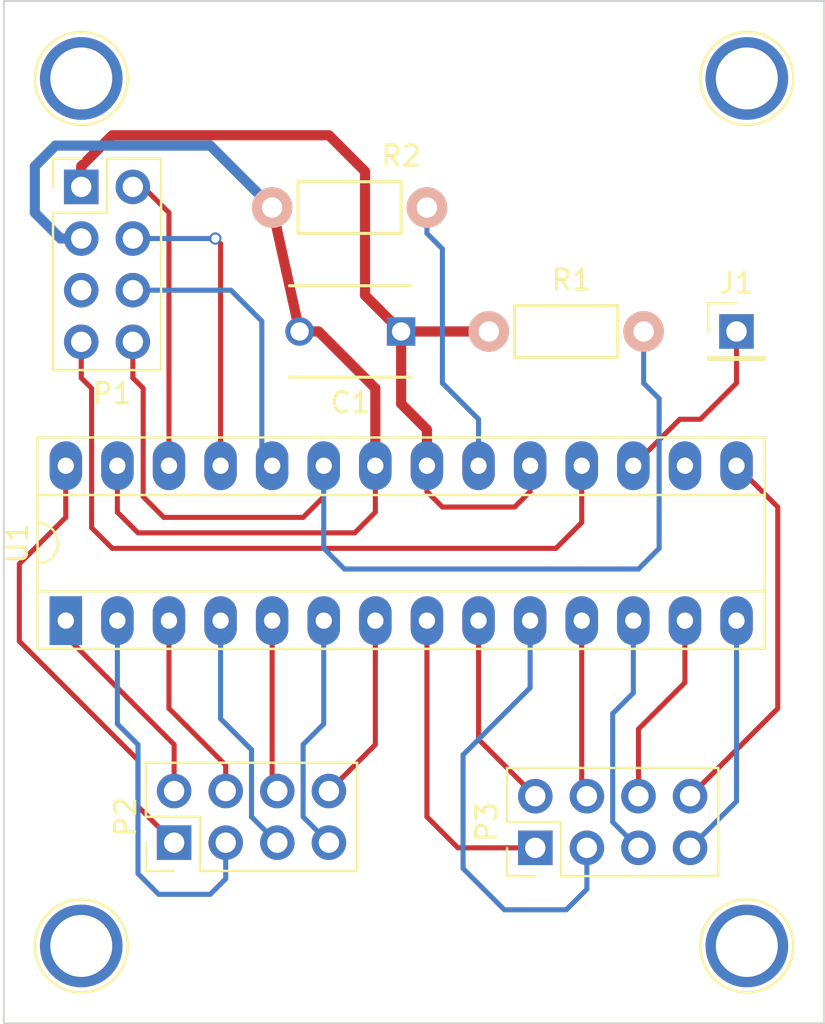
<source format=kicad_pcb>
(kicad_pcb (version 4) (host pcbnew 4.0.5)

  (general
    (links 32)
    (no_connects 0)
    (area 109.600191 88.941 151.180001 139.711)
    (thickness 1.6)
    (drawings 4)
    (tracks 129)
    (zones 0)
    (modules 12)
    (nets 28)
  )

  (page A4)
  (title_block
    (title TLC5940Board)
  )

  (layers
    (0 F.Cu signal)
    (31 B.Cu signal)
    (33 F.Adhes user)
    (35 F.Paste user)
    (37 F.SilkS user)
    (39 F.Mask user)
    (40 Dwgs.User user)
    (41 Cmts.User user)
    (42 Eco1.User user)
    (43 Eco2.User user)
    (44 Edge.Cuts user)
    (45 Margin user)
    (47 F.CrtYd user)
    (49 F.Fab user)
  )

  (setup
    (last_trace_width 0.2)
    (user_trace_width 0.25)
    (user_trace_width 0.5)
    (trace_clearance 0.2)
    (zone_clearance 0.508)
    (zone_45_only no)
    (trace_min 0.2)
    (segment_width 0.2)
    (edge_width 0.1)
    (via_size 0.6)
    (via_drill 0.4)
    (via_min_size 0.4)
    (via_min_drill 0.3)
    (uvia_size 0.3)
    (uvia_drill 0.1)
    (uvias_allowed no)
    (uvia_min_size 0.2)
    (uvia_min_drill 0.1)
    (pcb_text_width 0.3)
    (pcb_text_size 1.5 1.5)
    (mod_edge_width 0.15)
    (mod_text_size 1 1)
    (mod_text_width 0.15)
    (pad_size 1.5 1.5)
    (pad_drill 0.6)
    (pad_to_mask_clearance 0)
    (aux_axis_origin 0 0)
    (visible_elements 7FFFFFFF)
    (pcbplotparams
      (layerselection 0x00030_80000001)
      (usegerberextensions false)
      (excludeedgelayer true)
      (linewidth 0.100000)
      (plotframeref false)
      (viasonmask false)
      (mode 1)
      (useauxorigin false)
      (hpglpennumber 1)
      (hpglpenspeed 20)
      (hpglpendiameter 15)
      (hpglpenoverlay 2)
      (psnegative false)
      (psa4output false)
      (plotreference true)
      (plotvalue true)
      (plotinvisibletext false)
      (padsonsilk false)
      (subtractmaskfromsilk false)
      (outputformat 1)
      (mirror false)
      (drillshape 1)
      (scaleselection 1)
      (outputdirectory ""))
  )

  (net 0 "")
  (net 1 "Net-(C1-Pad1)")
  (net 2 "Net-(C1-Pad2)")
  (net 3 "Net-(J1-Pad1)")
  (net 4 "Net-(P1-Pad2)")
  (net 5 "Net-(P1-Pad4)")
  (net 6 "Net-(P1-Pad5)")
  (net 7 "Net-(P1-Pad6)")
  (net 8 "Net-(P1-Pad7)")
  (net 9 "Net-(P1-Pad8)")
  (net 10 "Net-(P2-Pad1)")
  (net 11 "Net-(P2-Pad2)")
  (net 12 "Net-(P2-Pad3)")
  (net 13 "Net-(P2-Pad4)")
  (net 14 "Net-(P2-Pad5)")
  (net 15 "Net-(P2-Pad6)")
  (net 16 "Net-(P2-Pad7)")
  (net 17 "Net-(P2-Pad8)")
  (net 18 "Net-(P3-Pad1)")
  (net 19 "Net-(P3-Pad2)")
  (net 20 "Net-(P3-Pad3)")
  (net 21 "Net-(P3-Pad4)")
  (net 22 "Net-(P3-Pad5)")
  (net 23 "Net-(P3-Pad6)")
  (net 24 "Net-(P3-Pad7)")
  (net 25 "Net-(P3-Pad8)")
  (net 26 "Net-(R2-Pad1)")
  (net 27 "Net-(U1-Pad16)")

  (net_class Default "This is the default net class."
    (clearance 0.2)
    (trace_width 0.2)
    (via_dia 0.6)
    (via_drill 0.4)
    (uvia_dia 0.3)
    (uvia_drill 0.1)
    (add_net "Net-(C1-Pad1)")
    (add_net "Net-(C1-Pad2)")
    (add_net "Net-(J1-Pad1)")
    (add_net "Net-(P1-Pad2)")
    (add_net "Net-(P1-Pad4)")
    (add_net "Net-(P1-Pad5)")
    (add_net "Net-(P1-Pad6)")
    (add_net "Net-(P1-Pad7)")
    (add_net "Net-(P1-Pad8)")
    (add_net "Net-(P2-Pad1)")
    (add_net "Net-(P2-Pad2)")
    (add_net "Net-(P2-Pad3)")
    (add_net "Net-(P2-Pad4)")
    (add_net "Net-(P2-Pad5)")
    (add_net "Net-(P2-Pad6)")
    (add_net "Net-(P2-Pad7)")
    (add_net "Net-(P2-Pad8)")
    (add_net "Net-(P3-Pad1)")
    (add_net "Net-(P3-Pad2)")
    (add_net "Net-(P3-Pad3)")
    (add_net "Net-(P3-Pad4)")
    (add_net "Net-(P3-Pad5)")
    (add_net "Net-(P3-Pad6)")
    (add_net "Net-(P3-Pad7)")
    (add_net "Net-(P3-Pad8)")
    (add_net "Net-(R2-Pad1)")
    (add_net "Net-(U1-Pad16)")
  )

  (module Capacitors_THT:C_Disc_D6_P5 (layer F.Cu) (tedit 0) (tstamp 586811BD)
    (at 130.302 105.41 180)
    (descr "Capacitor 6mm Disc, Pitch 5mm")
    (tags Capacitor)
    (path /5867DCF8)
    (fp_text reference C1 (at 2.5 -3.5 180) (layer F.SilkS)
      (effects (font (size 1 1) (thickness 0.15)))
    )
    (fp_text value 0.1uF (at 2.5 3.5 180) (layer F.Fab)
      (effects (font (size 1 1) (thickness 0.15)))
    )
    (fp_line (start -0.95 -2.5) (end 5.95 -2.5) (layer F.CrtYd) (width 0.05))
    (fp_line (start 5.95 -2.5) (end 5.95 2.5) (layer F.CrtYd) (width 0.05))
    (fp_line (start 5.95 2.5) (end -0.95 2.5) (layer F.CrtYd) (width 0.05))
    (fp_line (start -0.95 2.5) (end -0.95 -2.5) (layer F.CrtYd) (width 0.05))
    (fp_line (start -0.5 -2.25) (end 5.5 -2.25) (layer F.SilkS) (width 0.15))
    (fp_line (start 5.5 2.25) (end -0.5 2.25) (layer F.SilkS) (width 0.15))
    (pad 1 thru_hole rect (at 0 0 180) (size 1.4 1.4) (drill 0.9) (layers *.Cu *.Mask)
      (net 1 "Net-(C1-Pad1)"))
    (pad 2 thru_hole circle (at 5 0 180) (size 1.4 1.4) (drill 0.9) (layers *.Cu *.Mask)
      (net 2 "Net-(C1-Pad2)"))
    (model Capacitors_ThroughHole.3dshapes/C_Disc_D6_P5.wrl
      (at (xyz 0.0984252 0 0))
      (scale (xyz 1 1 1))
      (rotate (xyz 0 0 0))
    )
  )

  (module Pin_Headers:Pin_Header_Straight_1x01_Pitch2.54mm (layer F.Cu) (tedit 5862ED52) (tstamp 586811D0)
    (at 146.812 105.41)
    (descr "Through hole straight pin header, 1x01, 2.54mm pitch, single row")
    (tags "Through hole pin header THT 1x01 2.54mm single row")
    (path /58663EF0)
    (fp_text reference J1 (at 0 -2.39) (layer F.SilkS)
      (effects (font (size 1 1) (thickness 0.15)))
    )
    (fp_text value SOut (at 0 2.39) (layer F.Fab)
      (effects (font (size 1 1) (thickness 0.15)))
    )
    (fp_line (start -1.27 -1.27) (end -1.27 1.27) (layer F.Fab) (width 0.1))
    (fp_line (start -1.27 1.27) (end 1.27 1.27) (layer F.Fab) (width 0.1))
    (fp_line (start 1.27 1.27) (end 1.27 -1.27) (layer F.Fab) (width 0.1))
    (fp_line (start 1.27 -1.27) (end -1.27 -1.27) (layer F.Fab) (width 0.1))
    (fp_line (start -1.39 1.27) (end -1.39 1.39) (layer F.SilkS) (width 0.12))
    (fp_line (start -1.39 1.39) (end 1.39 1.39) (layer F.SilkS) (width 0.12))
    (fp_line (start 1.39 1.39) (end 1.39 1.27) (layer F.SilkS) (width 0.12))
    (fp_line (start 1.39 1.27) (end -1.39 1.27) (layer F.SilkS) (width 0.12))
    (fp_line (start -1.39 0) (end -1.39 -1.39) (layer F.SilkS) (width 0.12))
    (fp_line (start -1.39 -1.39) (end 0 -1.39) (layer F.SilkS) (width 0.12))
    (fp_line (start -1.6 -1.6) (end -1.6 1.6) (layer F.CrtYd) (width 0.05))
    (fp_line (start -1.6 1.6) (end 1.6 1.6) (layer F.CrtYd) (width 0.05))
    (fp_line (start 1.6 1.6) (end 1.6 -1.6) (layer F.CrtYd) (width 0.05))
    (fp_line (start 1.6 -1.6) (end -1.6 -1.6) (layer F.CrtYd) (width 0.05))
    (pad 1 thru_hole rect (at 0 0) (size 1.7 1.7) (drill 1) (layers *.Cu *.Mask)
      (net 3 "Net-(J1-Pad1)"))
    (model Pin_Headers.3dshapes/Pin_Header_Straight_1x01_Pitch2.54mm.wrl
      (at (xyz 0 0 0))
      (scale (xyz 1 1 1))
      (rotate (xyz 0 0 90))
    )
  )

  (module Pin_Headers:Pin_Header_Straight_2x04_Pitch2.54mm (layer F.Cu) (tedit 58686033) (tstamp 586811EC)
    (at 114.554 98.298)
    (descr "Through hole straight pin header, 2x04, 2.54mm pitch, double rows")
    (tags "Through hole pin header THT 2x04 2.54mm double row")
    (path /58680B81)
    (fp_text reference P1 (at 1.524 10.16) (layer F.SilkS)
      (effects (font (size 1 1) (thickness 0.15)))
    )
    (fp_text value CN_SigIn_02X04 (at 1.27 10.01) (layer F.Fab) hide
      (effects (font (size 1 1) (thickness 0.15)))
    )
    (fp_line (start -1.27 -1.27) (end -1.27 8.89) (layer F.Fab) (width 0.1))
    (fp_line (start -1.27 8.89) (end 3.81 8.89) (layer F.Fab) (width 0.1))
    (fp_line (start 3.81 8.89) (end 3.81 -1.27) (layer F.Fab) (width 0.1))
    (fp_line (start 3.81 -1.27) (end -1.27 -1.27) (layer F.Fab) (width 0.1))
    (fp_line (start -1.39 1.27) (end -1.39 9.01) (layer F.SilkS) (width 0.12))
    (fp_line (start -1.39 9.01) (end 3.93 9.01) (layer F.SilkS) (width 0.12))
    (fp_line (start 3.93 9.01) (end 3.93 -1.39) (layer F.SilkS) (width 0.12))
    (fp_line (start 3.93 -1.39) (end 1.27 -1.39) (layer F.SilkS) (width 0.12))
    (fp_line (start 1.27 -1.39) (end 1.27 1.27) (layer F.SilkS) (width 0.12))
    (fp_line (start 1.27 1.27) (end -1.39 1.27) (layer F.SilkS) (width 0.12))
    (fp_line (start -1.39 0) (end -1.39 -1.39) (layer F.SilkS) (width 0.12))
    (fp_line (start -1.39 -1.39) (end 0 -1.39) (layer F.SilkS) (width 0.12))
    (fp_line (start -1.6 -1.6) (end -1.6 9.2) (layer F.CrtYd) (width 0.05))
    (fp_line (start -1.6 9.2) (end 4.1 9.2) (layer F.CrtYd) (width 0.05))
    (fp_line (start 4.1 9.2) (end 4.1 -1.6) (layer F.CrtYd) (width 0.05))
    (fp_line (start 4.1 -1.6) (end -1.6 -1.6) (layer F.CrtYd) (width 0.05))
    (pad 1 thru_hole rect (at 0 0) (size 1.7 1.7) (drill 1) (layers *.Cu *.Mask)
      (net 1 "Net-(C1-Pad1)"))
    (pad 2 thru_hole oval (at 2.54 0) (size 1.7 1.7) (drill 1) (layers *.Cu *.Mask)
      (net 4 "Net-(P1-Pad2)"))
    (pad 3 thru_hole oval (at 0 2.54) (size 1.7 1.7) (drill 1) (layers *.Cu *.Mask)
      (net 2 "Net-(C1-Pad2)"))
    (pad 4 thru_hole oval (at 2.54 2.54) (size 1.7 1.7) (drill 1) (layers *.Cu *.Mask)
      (net 5 "Net-(P1-Pad4)"))
    (pad 5 thru_hole oval (at 0 5.08) (size 1.7 1.7) (drill 1) (layers *.Cu *.Mask)
      (net 6 "Net-(P1-Pad5)"))
    (pad 6 thru_hole oval (at 2.54 5.08) (size 1.7 1.7) (drill 1) (layers *.Cu *.Mask)
      (net 7 "Net-(P1-Pad6)"))
    (pad 7 thru_hole oval (at 0 7.62) (size 1.7 1.7) (drill 1) (layers *.Cu *.Mask)
      (net 8 "Net-(P1-Pad7)"))
    (pad 8 thru_hole oval (at 2.54 7.62) (size 1.7 1.7) (drill 1) (layers *.Cu *.Mask)
      (net 9 "Net-(P1-Pad8)"))
    (model Pin_Headers.3dshapes/Pin_Header_Straight_2x04_Pitch2.54mm.wrl
      (at (xyz 0.05 -0.15 0))
      (scale (xyz 1 1 1))
      (rotate (xyz 0 0 90))
    )
  )

  (module Pin_Headers:Pin_Header_Straight_2x04_Pitch2.54mm (layer F.Cu) (tedit 58685EE1) (tstamp 58681208)
    (at 119.126 130.556 90)
    (descr "Through hole straight pin header, 2x04, 2.54mm pitch, double rows")
    (tags "Through hole pin header THT 2x04 2.54mm double row")
    (path /5867D614)
    (fp_text reference P2 (at 1.27 -2.39 90) (layer F.SilkS)
      (effects (font (size 1 1) (thickness 0.15)))
    )
    (fp_text value CN_Out1_02X04 (at 1.27 10.01 90) (layer F.Fab) hide
      (effects (font (size 1 1) (thickness 0.15)))
    )
    (fp_line (start -1.27 -1.27) (end -1.27 8.89) (layer F.Fab) (width 0.1))
    (fp_line (start -1.27 8.89) (end 3.81 8.89) (layer F.Fab) (width 0.1))
    (fp_line (start 3.81 8.89) (end 3.81 -1.27) (layer F.Fab) (width 0.1))
    (fp_line (start 3.81 -1.27) (end -1.27 -1.27) (layer F.Fab) (width 0.1))
    (fp_line (start -1.39 1.27) (end -1.39 9.01) (layer F.SilkS) (width 0.12))
    (fp_line (start -1.39 9.01) (end 3.93 9.01) (layer F.SilkS) (width 0.12))
    (fp_line (start 3.93 9.01) (end 3.93 -1.39) (layer F.SilkS) (width 0.12))
    (fp_line (start 3.93 -1.39) (end 1.27 -1.39) (layer F.SilkS) (width 0.12))
    (fp_line (start 1.27 -1.39) (end 1.27 1.27) (layer F.SilkS) (width 0.12))
    (fp_line (start 1.27 1.27) (end -1.39 1.27) (layer F.SilkS) (width 0.12))
    (fp_line (start -1.39 0) (end -1.39 -1.39) (layer F.SilkS) (width 0.12))
    (fp_line (start -1.39 -1.39) (end 0 -1.39) (layer F.SilkS) (width 0.12))
    (fp_line (start -1.6 -1.6) (end -1.6 9.2) (layer F.CrtYd) (width 0.05))
    (fp_line (start -1.6 9.2) (end 4.1 9.2) (layer F.CrtYd) (width 0.05))
    (fp_line (start 4.1 9.2) (end 4.1 -1.6) (layer F.CrtYd) (width 0.05))
    (fp_line (start 4.1 -1.6) (end -1.6 -1.6) (layer F.CrtYd) (width 0.05))
    (pad 1 thru_hole rect (at 0 0 90) (size 1.7 1.7) (drill 1) (layers *.Cu *.Mask)
      (net 10 "Net-(P2-Pad1)"))
    (pad 2 thru_hole oval (at 2.54 0 90) (size 1.7 1.7) (drill 1) (layers *.Cu *.Mask)
      (net 11 "Net-(P2-Pad2)"))
    (pad 3 thru_hole oval (at 0 2.54 90) (size 1.7 1.7) (drill 1) (layers *.Cu *.Mask)
      (net 12 "Net-(P2-Pad3)"))
    (pad 4 thru_hole oval (at 2.54 2.54 90) (size 1.7 1.7) (drill 1) (layers *.Cu *.Mask)
      (net 13 "Net-(P2-Pad4)"))
    (pad 5 thru_hole oval (at 0 5.08 90) (size 1.7 1.7) (drill 1) (layers *.Cu *.Mask)
      (net 14 "Net-(P2-Pad5)"))
    (pad 6 thru_hole oval (at 2.54 5.08 90) (size 1.7 1.7) (drill 1) (layers *.Cu *.Mask)
      (net 15 "Net-(P2-Pad6)"))
    (pad 7 thru_hole oval (at 0 7.62 90) (size 1.7 1.7) (drill 1) (layers *.Cu *.Mask)
      (net 16 "Net-(P2-Pad7)"))
    (pad 8 thru_hole oval (at 2.54 7.62 90) (size 1.7 1.7) (drill 1) (layers *.Cu *.Mask)
      (net 17 "Net-(P2-Pad8)"))
    (model Pin_Headers.3dshapes/Pin_Header_Straight_2x04_Pitch2.54mm.wrl
      (at (xyz 0.05 -0.15 0))
      (scale (xyz 1 1 1))
      (rotate (xyz 0 0 90))
    )
  )

  (module Pin_Headers:Pin_Header_Straight_2x04_Pitch2.54mm (layer F.Cu) (tedit 58685ED6) (tstamp 58681224)
    (at 136.906 130.81 90)
    (descr "Through hole straight pin header, 2x04, 2.54mm pitch, double rows")
    (tags "Through hole pin header THT 2x04 2.54mm double row")
    (path /5867D86F)
    (fp_text reference P3 (at 1.27 -2.39 90) (layer F.SilkS)
      (effects (font (size 1 1) (thickness 0.15)))
    )
    (fp_text value CN_Out2_02X04 (at 1.27 10.01 90) (layer F.Fab) hide
      (effects (font (size 1 1) (thickness 0.15)))
    )
    (fp_line (start -1.27 -1.27) (end -1.27 8.89) (layer F.Fab) (width 0.1))
    (fp_line (start -1.27 8.89) (end 3.81 8.89) (layer F.Fab) (width 0.1))
    (fp_line (start 3.81 8.89) (end 3.81 -1.27) (layer F.Fab) (width 0.1))
    (fp_line (start 3.81 -1.27) (end -1.27 -1.27) (layer F.Fab) (width 0.1))
    (fp_line (start -1.39 1.27) (end -1.39 9.01) (layer F.SilkS) (width 0.12))
    (fp_line (start -1.39 9.01) (end 3.93 9.01) (layer F.SilkS) (width 0.12))
    (fp_line (start 3.93 9.01) (end 3.93 -1.39) (layer F.SilkS) (width 0.12))
    (fp_line (start 3.93 -1.39) (end 1.27 -1.39) (layer F.SilkS) (width 0.12))
    (fp_line (start 1.27 -1.39) (end 1.27 1.27) (layer F.SilkS) (width 0.12))
    (fp_line (start 1.27 1.27) (end -1.39 1.27) (layer F.SilkS) (width 0.12))
    (fp_line (start -1.39 0) (end -1.39 -1.39) (layer F.SilkS) (width 0.12))
    (fp_line (start -1.39 -1.39) (end 0 -1.39) (layer F.SilkS) (width 0.12))
    (fp_line (start -1.6 -1.6) (end -1.6 9.2) (layer F.CrtYd) (width 0.05))
    (fp_line (start -1.6 9.2) (end 4.1 9.2) (layer F.CrtYd) (width 0.05))
    (fp_line (start 4.1 9.2) (end 4.1 -1.6) (layer F.CrtYd) (width 0.05))
    (fp_line (start 4.1 -1.6) (end -1.6 -1.6) (layer F.CrtYd) (width 0.05))
    (pad 1 thru_hole rect (at 0 0 90) (size 1.7 1.7) (drill 1) (layers *.Cu *.Mask)
      (net 18 "Net-(P3-Pad1)"))
    (pad 2 thru_hole oval (at 2.54 0 90) (size 1.7 1.7) (drill 1) (layers *.Cu *.Mask)
      (net 19 "Net-(P3-Pad2)"))
    (pad 3 thru_hole oval (at 0 2.54 90) (size 1.7 1.7) (drill 1) (layers *.Cu *.Mask)
      (net 20 "Net-(P3-Pad3)"))
    (pad 4 thru_hole oval (at 2.54 2.54 90) (size 1.7 1.7) (drill 1) (layers *.Cu *.Mask)
      (net 21 "Net-(P3-Pad4)"))
    (pad 5 thru_hole oval (at 0 5.08 90) (size 1.7 1.7) (drill 1) (layers *.Cu *.Mask)
      (net 22 "Net-(P3-Pad5)"))
    (pad 6 thru_hole oval (at 2.54 5.08 90) (size 1.7 1.7) (drill 1) (layers *.Cu *.Mask)
      (net 23 "Net-(P3-Pad6)"))
    (pad 7 thru_hole oval (at 0 7.62 90) (size 1.7 1.7) (drill 1) (layers *.Cu *.Mask)
      (net 24 "Net-(P3-Pad7)"))
    (pad 8 thru_hole oval (at 2.54 7.62 90) (size 1.7 1.7) (drill 1) (layers *.Cu *.Mask)
      (net 25 "Net-(P3-Pad8)"))
    (model Pin_Headers.3dshapes/Pin_Header_Straight_2x04_Pitch2.54mm.wrl
      (at (xyz 0.05 -0.15 0))
      (scale (xyz 1 1 1))
      (rotate (xyz 0 0 90))
    )
  )

  (module Resistors_THT:Resistor_Horizontal_RM7mm (layer F.Cu) (tedit 58681BCC) (tstamp 58681232)
    (at 134.62 105.41)
    (descr "Resistor, Axial,  RM 7.62mm, 1/3W,")
    (tags "Resistor Axial RM 7.62mm 1/3W R3")
    (path /5864BA40)
    (fp_text reference R1 (at 4.064 -2.54) (layer F.SilkS)
      (effects (font (size 1 1) (thickness 0.15)))
    )
    (fp_text value 10K (at 3.81 2.54) (layer F.Fab)
      (effects (font (size 1 1) (thickness 0.15)))
    )
    (fp_line (start -1.25 -1.5) (end 8.85 -1.5) (layer F.CrtYd) (width 0.05))
    (fp_line (start -1.25 1.5) (end -1.25 -1.5) (layer F.CrtYd) (width 0.05))
    (fp_line (start 8.85 -1.5) (end 8.85 1.5) (layer F.CrtYd) (width 0.05))
    (fp_line (start -1.25 1.5) (end 8.85 1.5) (layer F.CrtYd) (width 0.05))
    (fp_line (start 1.27 -1.27) (end 6.35 -1.27) (layer F.SilkS) (width 0.15))
    (fp_line (start 6.35 -1.27) (end 6.35 1.27) (layer F.SilkS) (width 0.15))
    (fp_line (start 6.35 1.27) (end 1.27 1.27) (layer F.SilkS) (width 0.15))
    (fp_line (start 1.27 1.27) (end 1.27 -1.27) (layer F.SilkS) (width 0.15))
    (pad 1 thru_hole circle (at 0 0) (size 1.99898 1.99898) (drill 1.00076) (layers *.Cu *.SilkS *.Mask)
      (net 1 "Net-(C1-Pad1)"))
    (pad 2 thru_hole circle (at 7.62 0) (size 1.99898 1.99898) (drill 1.00076) (layers *.Cu *.SilkS *.Mask)
      (net 9 "Net-(P1-Pad8)"))
  )

  (module Resistors_THT:Resistor_Horizontal_RM7mm (layer F.Cu) (tedit 586850B0) (tstamp 58681240)
    (at 131.572 99.314 180)
    (descr "Resistor, Axial,  RM 7.62mm, 1/3W,")
    (tags "Resistor Axial RM 7.62mm 1/3W R3")
    (path /5864B909)
    (fp_text reference R2 (at 1.27 2.54 180) (layer F.SilkS)
      (effects (font (size 1 1) (thickness 0.15)))
    )
    (fp_text value 2K (at 3.81 2.54 180) (layer F.Fab)
      (effects (font (size 1 1) (thickness 0.15)))
    )
    (fp_line (start -1.25 -1.5) (end 8.85 -1.5) (layer F.CrtYd) (width 0.05))
    (fp_line (start -1.25 1.5) (end -1.25 -1.5) (layer F.CrtYd) (width 0.05))
    (fp_line (start 8.85 -1.5) (end 8.85 1.5) (layer F.CrtYd) (width 0.05))
    (fp_line (start -1.25 1.5) (end 8.85 1.5) (layer F.CrtYd) (width 0.05))
    (fp_line (start 1.27 -1.27) (end 6.35 -1.27) (layer F.SilkS) (width 0.15))
    (fp_line (start 6.35 -1.27) (end 6.35 1.27) (layer F.SilkS) (width 0.15))
    (fp_line (start 6.35 1.27) (end 1.27 1.27) (layer F.SilkS) (width 0.15))
    (fp_line (start 1.27 1.27) (end 1.27 -1.27) (layer F.SilkS) (width 0.15))
    (pad 1 thru_hole circle (at 0 0 180) (size 1.99898 1.99898) (drill 1.00076) (layers *.Cu *.SilkS *.Mask)
      (net 26 "Net-(R2-Pad1)"))
    (pad 2 thru_hole circle (at 7.62 0 180) (size 1.99898 1.99898) (drill 1.00076) (layers *.Cu *.SilkS *.Mask)
      (net 2 "Net-(C1-Pad2)"))
  )

  (module Housings_DIP:DIP-28_W7.62mm_Socket_LongPads (layer F.Cu) (tedit 586281B5) (tstamp 58681277)
    (at 113.792 119.634 90)
    (descr "28-lead dip package, row spacing 7.62 mm (300 mils), Socket, LongPads")
    (tags "DIL DIP PDIP 2.54mm 7.62mm 300mil Socket LongPads")
    (path /5861DAAD)
    (fp_text reference U1 (at 3.81 -2.39 90) (layer F.SilkS)
      (effects (font (size 1 1) (thickness 0.15)))
    )
    (fp_text value TLC5940NT (at 3.81 35.41 90) (layer F.Fab)
      (effects (font (size 1 1) (thickness 0.15)))
    )
    (fp_arc (start 3.81 -1.39) (end 2.81 -1.39) (angle -180) (layer F.SilkS) (width 0.12))
    (fp_line (start 1.635 -1.27) (end 6.985 -1.27) (layer F.Fab) (width 0.1))
    (fp_line (start 6.985 -1.27) (end 6.985 34.29) (layer F.Fab) (width 0.1))
    (fp_line (start 6.985 34.29) (end 0.635 34.29) (layer F.Fab) (width 0.1))
    (fp_line (start 0.635 34.29) (end 0.635 -0.27) (layer F.Fab) (width 0.1))
    (fp_line (start 0.635 -0.27) (end 1.635 -1.27) (layer F.Fab) (width 0.1))
    (fp_line (start -1.27 -1.27) (end -1.27 34.29) (layer F.Fab) (width 0.1))
    (fp_line (start -1.27 34.29) (end 8.89 34.29) (layer F.Fab) (width 0.1))
    (fp_line (start 8.89 34.29) (end 8.89 -1.27) (layer F.Fab) (width 0.1))
    (fp_line (start 8.89 -1.27) (end -1.27 -1.27) (layer F.Fab) (width 0.1))
    (fp_line (start 2.81 -1.39) (end 1.44 -1.39) (layer F.SilkS) (width 0.12))
    (fp_line (start 1.44 -1.39) (end 1.44 34.41) (layer F.SilkS) (width 0.12))
    (fp_line (start 1.44 34.41) (end 6.18 34.41) (layer F.SilkS) (width 0.12))
    (fp_line (start 6.18 34.41) (end 6.18 -1.39) (layer F.SilkS) (width 0.12))
    (fp_line (start 6.18 -1.39) (end 4.81 -1.39) (layer F.SilkS) (width 0.12))
    (fp_line (start -1.39 -1.39) (end -1.39 34.41) (layer F.SilkS) (width 0.12))
    (fp_line (start -1.39 34.41) (end 9.01 34.41) (layer F.SilkS) (width 0.12))
    (fp_line (start 9.01 34.41) (end 9.01 -1.39) (layer F.SilkS) (width 0.12))
    (fp_line (start 9.01 -1.39) (end -1.39 -1.39) (layer F.SilkS) (width 0.12))
    (fp_line (start -1.7 -1.7) (end -1.7 34.7) (layer F.CrtYd) (width 0.05))
    (fp_line (start -1.7 34.7) (end 9.3 34.7) (layer F.CrtYd) (width 0.05))
    (fp_line (start 9.3 34.7) (end 9.3 -1.7) (layer F.CrtYd) (width 0.05))
    (fp_line (start 9.3 -1.7) (end -1.7 -1.7) (layer F.CrtYd) (width 0.05))
    (pad 1 thru_hole rect (at 0 0 90) (size 2.4 1.6) (drill 0.8) (layers *.Cu *.Mask)
      (net 11 "Net-(P2-Pad2)"))
    (pad 15 thru_hole oval (at 7.62 33.02 90) (size 2.4 1.6) (drill 0.8) (layers *.Cu *.Mask)
      (net 25 "Net-(P3-Pad8)"))
    (pad 2 thru_hole oval (at 0 2.54 90) (size 2.4 1.6) (drill 0.8) (layers *.Cu *.Mask)
      (net 12 "Net-(P2-Pad3)"))
    (pad 16 thru_hole oval (at 7.62 30.48 90) (size 2.4 1.6) (drill 0.8) (layers *.Cu *.Mask)
      (net 27 "Net-(U1-Pad16)"))
    (pad 3 thru_hole oval (at 0 5.08 90) (size 2.4 1.6) (drill 0.8) (layers *.Cu *.Mask)
      (net 13 "Net-(P2-Pad4)"))
    (pad 17 thru_hole oval (at 7.62 27.94 90) (size 2.4 1.6) (drill 0.8) (layers *.Cu *.Mask)
      (net 3 "Net-(J1-Pad1)"))
    (pad 4 thru_hole oval (at 0 7.62 90) (size 2.4 1.6) (drill 0.8) (layers *.Cu *.Mask)
      (net 14 "Net-(P2-Pad5)"))
    (pad 18 thru_hole oval (at 7.62 25.4 90) (size 2.4 1.6) (drill 0.8) (layers *.Cu *.Mask)
      (net 8 "Net-(P1-Pad7)"))
    (pad 5 thru_hole oval (at 0 10.16 90) (size 2.4 1.6) (drill 0.8) (layers *.Cu *.Mask)
      (net 15 "Net-(P2-Pad6)"))
    (pad 19 thru_hole oval (at 7.62 22.86 90) (size 2.4 1.6) (drill 0.8) (layers *.Cu *.Mask)
      (net 1 "Net-(C1-Pad1)"))
    (pad 6 thru_hole oval (at 0 12.7 90) (size 2.4 1.6) (drill 0.8) (layers *.Cu *.Mask)
      (net 16 "Net-(P2-Pad7)"))
    (pad 20 thru_hole oval (at 7.62 20.32 90) (size 2.4 1.6) (drill 0.8) (layers *.Cu *.Mask)
      (net 26 "Net-(R2-Pad1)"))
    (pad 7 thru_hole oval (at 0 15.24 90) (size 2.4 1.6) (drill 0.8) (layers *.Cu *.Mask)
      (net 17 "Net-(P2-Pad8)"))
    (pad 21 thru_hole oval (at 7.62 17.78 90) (size 2.4 1.6) (drill 0.8) (layers *.Cu *.Mask)
      (net 1 "Net-(C1-Pad1)"))
    (pad 8 thru_hole oval (at 0 17.78 90) (size 2.4 1.6) (drill 0.8) (layers *.Cu *.Mask)
      (net 18 "Net-(P3-Pad1)"))
    (pad 22 thru_hole oval (at 7.62 15.24 90) (size 2.4 1.6) (drill 0.8) (layers *.Cu *.Mask)
      (net 2 "Net-(C1-Pad2)"))
    (pad 9 thru_hole oval (at 0 20.32 90) (size 2.4 1.6) (drill 0.8) (layers *.Cu *.Mask)
      (net 19 "Net-(P3-Pad2)"))
    (pad 23 thru_hole oval (at 7.62 12.7 90) (size 2.4 1.6) (drill 0.8) (layers *.Cu *.Mask)
      (net 9 "Net-(P1-Pad8)"))
    (pad 10 thru_hole oval (at 0 22.86 90) (size 2.4 1.6) (drill 0.8) (layers *.Cu *.Mask)
      (net 20 "Net-(P3-Pad3)"))
    (pad 24 thru_hole oval (at 7.62 10.16 90) (size 2.4 1.6) (drill 0.8) (layers *.Cu *.Mask)
      (net 7 "Net-(P1-Pad6)"))
    (pad 11 thru_hole oval (at 0 25.4 90) (size 2.4 1.6) (drill 0.8) (layers *.Cu *.Mask)
      (net 21 "Net-(P3-Pad4)"))
    (pad 25 thru_hole oval (at 7.62 7.62 90) (size 2.4 1.6) (drill 0.8) (layers *.Cu *.Mask)
      (net 5 "Net-(P1-Pad4)"))
    (pad 12 thru_hole oval (at 0 27.94 90) (size 2.4 1.6) (drill 0.8) (layers *.Cu *.Mask)
      (net 22 "Net-(P3-Pad5)"))
    (pad 26 thru_hole oval (at 7.62 5.08 90) (size 2.4 1.6) (drill 0.8) (layers *.Cu *.Mask)
      (net 4 "Net-(P1-Pad2)"))
    (pad 13 thru_hole oval (at 0 30.48 90) (size 2.4 1.6) (drill 0.8) (layers *.Cu *.Mask)
      (net 23 "Net-(P3-Pad6)"))
    (pad 27 thru_hole oval (at 7.62 2.54 90) (size 2.4 1.6) (drill 0.8) (layers *.Cu *.Mask)
      (net 2 "Net-(C1-Pad2)"))
    (pad 14 thru_hole oval (at 0 33.02 90) (size 2.4 1.6) (drill 0.8) (layers *.Cu *.Mask)
      (net 24 "Net-(P3-Pad7)"))
    (pad 28 thru_hole oval (at 7.62 0 90) (size 2.4 1.6) (drill 0.8) (layers *.Cu *.Mask)
      (net 10 "Net-(P2-Pad1)"))
    (model Housings_DIP.3dshapes/DIP-28_W7.62mm_Socket_LongPads.wrl
      (at (xyz 0 0 0))
      (scale (xyz 1 1 1))
      (rotate (xyz 0 0 0))
    )
  )

  (module Connectors:1pin (layer F.Cu) (tedit 58685919) (tstamp 58685879)
    (at 147.32 92.964)
    (descr "module 1 pin (ou trou mecanique de percage)")
    (tags DEV)
    (fp_text reference M1 (at 0 -3.048) (layer F.SilkS) hide
      (effects (font (size 1 1) (thickness 0.15)))
    )
    (fp_text value 1pin (at -3.81 -3.048) (layer F.Fab) hide
      (effects (font (size 1 1) (thickness 0.15)))
    )
    (fp_circle (center 0 0) (end 2 0.8) (layer F.Fab) (width 0.1))
    (fp_circle (center 0 0) (end 2.6 0) (layer F.CrtYd) (width 0.05))
    (fp_circle (center 0 0) (end 0 -2.286) (layer F.SilkS) (width 0.12))
    (pad 1 thru_hole circle (at 0 0) (size 4.064 4.064) (drill 3.048) (layers *.Cu *.Mask))
  )

  (module Connectors:1pin (layer F.Cu) (tedit 58686044) (tstamp 58685982)
    (at 114.554 135.636)
    (descr "module 1 pin (ou trou mecanique de percage)")
    (tags DEV)
    (fp_text reference REF** (at 0 -3.048) (layer F.SilkS) hide
      (effects (font (size 1 1) (thickness 0.15)))
    )
    (fp_text value 1pin (at 0 3) (layer F.Fab) hide
      (effects (font (size 1 1) (thickness 0.15)))
    )
    (fp_circle (center 0 0) (end 2 0.8) (layer F.Fab) (width 0.1))
    (fp_circle (center 0 0) (end 2.6 0) (layer F.CrtYd) (width 0.05))
    (fp_circle (center 0 0) (end 0 -2.286) (layer F.SilkS) (width 0.12))
    (pad 1 thru_hole circle (at 0 0) (size 4.064 4.064) (drill 3.048) (layers *.Cu *.Mask))
  )

  (module Connectors:1pin (layer F.Cu) (tedit 5868604E) (tstamp 58685F25)
    (at 147.32 135.636)
    (descr "module 1 pin (ou trou mecanique de percage)")
    (tags DEV)
    (fp_text reference REF** (at 0 -3.048) (layer F.SilkS) hide
      (effects (font (size 1 1) (thickness 0.15)))
    )
    (fp_text value 1pin (at 0 3) (layer F.Fab) hide
      (effects (font (size 1 1) (thickness 0.15)))
    )
    (fp_circle (center 0 0) (end 2 0.8) (layer F.Fab) (width 0.1))
    (fp_circle (center 0 0) (end 2.6 0) (layer F.CrtYd) (width 0.05))
    (fp_circle (center 0 0) (end 0 -2.286) (layer F.SilkS) (width 0.12))
    (pad 1 thru_hole circle (at 0 0) (size 4.064 4.064) (drill 3.048) (layers *.Cu *.Mask))
  )

  (module Connectors:1pin (layer F.Cu) (tedit 58691953) (tstamp 58685F3B)
    (at 114.554 92.964)
    (descr "module 1 pin (ou trou mecanique de percage)")
    (tags DEV)
    (fp_text reference REF** (at 0 -3.048) (layer F.SilkS) hide
      (effects (font (size 1 1) (thickness 0.15)))
    )
    (fp_text value 1pin (at 4.064 -3.048) (layer F.Fab) hide
      (effects (font (size 1 1) (thickness 0.15)))
    )
    (fp_circle (center 0 0) (end 2 0.8) (layer F.Fab) (width 0.1))
    (fp_circle (center 0 0) (end 2.6 0) (layer F.CrtYd) (width 0.05))
    (fp_circle (center 0 0) (end 0 -2.286) (layer F.SilkS) (width 0.12))
    (pad 1 thru_hole circle (at 0 0) (size 4.064 4.064) (drill 3.048) (layers *.Cu *.Mask))
  )

  (gr_line (start 110.744 89.154) (end 110.744 139.446) (angle 90) (layer Edge.Cuts) (width 0.1))
  (gr_line (start 151.13 89.154) (end 151.13 139.446) (angle 90) (layer Edge.Cuts) (width 0.1))
  (gr_line (start 151.13 89.154) (end 110.744 89.154) (angle 90) (layer Edge.Cuts) (width 0.1))
  (gr_line (start 110.744 139.446) (end 151.13 139.446) (angle 90) (layer Edge.Cuts) (width 0.1))

  (segment (start 136.652 112.014) (end 136.652 113.284) (width 0.25) (layer F.Cu) (net 1))
  (segment (start 131.572 113.284) (end 131.572 112.014) (width 0.25) (layer F.Cu) (net 1) (tstamp 5868528C))
  (segment (start 132.334 114.046) (end 131.572 113.284) (width 0.25) (layer F.Cu) (net 1) (tstamp 58685288))
  (segment (start 135.89 114.046) (end 132.334 114.046) (width 0.25) (layer F.Cu) (net 1) (tstamp 58685287))
  (segment (start 136.652 113.284) (end 135.89 114.046) (width 0.25) (layer F.Cu) (net 1) (tstamp 58685283))
  (segment (start 114.554 98.298) (end 114.554 97.282) (width 0.5) (layer F.Cu) (net 1))
  (segment (start 128.524 103.632) (end 130.302 105.41) (width 0.5) (layer F.Cu) (net 1) (tstamp 586851E3))
  (segment (start 128.524 97.536) (end 128.524 103.632) (width 0.5) (layer F.Cu) (net 1) (tstamp 586851E0))
  (segment (start 126.746 95.758) (end 128.524 97.536) (width 0.5) (layer F.Cu) (net 1) (tstamp 586851D6))
  (segment (start 116.078 95.758) (end 126.746 95.758) (width 0.5) (layer F.Cu) (net 1) (tstamp 586851D2))
  (segment (start 114.554 97.282) (end 116.078 95.758) (width 0.5) (layer F.Cu) (net 1) (tstamp 586851CE))
  (segment (start 130.302 105.41) (end 130.302 108.966) (width 0.5) (layer F.Cu) (net 1))
  (segment (start 130.302 108.966) (end 131.572 110.236) (width 0.5) (layer F.Cu) (net 1) (tstamp 58684DF6))
  (segment (start 131.572 110.236) (end 131.572 112.014) (width 0.5) (layer F.Cu) (net 1) (tstamp 58684DFC))
  (segment (start 130.302 105.41) (end 134.62 105.41) (width 0.5) (layer F.Cu) (net 1))
  (segment (start 114.554 100.838) (end 113.538 100.838) (width 0.5) (layer B.Cu) (net 2))
  (segment (start 120.904 96.266) (end 123.952 99.314) (width 0.5) (layer B.Cu) (net 2) (tstamp 58685F93))
  (segment (start 113.284 96.266) (end 120.904 96.266) (width 0.5) (layer B.Cu) (net 2) (tstamp 58685F8D))
  (segment (start 112.268 97.282) (end 113.284 96.266) (width 0.5) (layer B.Cu) (net 2) (tstamp 58685F7E))
  (segment (start 112.268 99.568) (end 112.268 97.282) (width 0.5) (layer B.Cu) (net 2) (tstamp 58685F7B))
  (segment (start 113.538 100.838) (end 112.268 99.568) (width 0.5) (layer B.Cu) (net 2) (tstamp 58685F77))
  (segment (start 116.332 112.014) (end 116.332 114.3) (width 0.25) (layer F.Cu) (net 2))
  (segment (start 129.032 114.3) (end 129.032 112.014) (width 0.25) (layer F.Cu) (net 2) (tstamp 586852D7))
  (segment (start 128.016 115.316) (end 129.032 114.3) (width 0.25) (layer F.Cu) (net 2) (tstamp 586852CB))
  (segment (start 117.348 115.316) (end 128.016 115.316) (width 0.25) (layer F.Cu) (net 2) (tstamp 586852C8))
  (segment (start 116.332 114.3) (end 117.348 115.316) (width 0.25) (layer F.Cu) (net 2) (tstamp 586852C4))
  (segment (start 125.302 105.41) (end 126.238 105.41) (width 0.5) (layer F.Cu) (net 2))
  (segment (start 126.238 105.41) (end 129.032 108.204) (width 0.5) (layer F.Cu) (net 2) (tstamp 58684E00))
  (segment (start 129.032 108.204) (end 129.032 112.014) (width 0.5) (layer F.Cu) (net 2) (tstamp 58684E06))
  (segment (start 123.952 99.314) (end 125.302 105.41) (width 0.5) (layer F.Cu) (net 2) (status 10))
  (segment (start 146.812 105.41) (end 146.812 107.95) (width 0.25) (layer F.Cu) (net 3))
  (segment (start 144.018 109.728) (end 141.732 112.014) (width 0.25) (layer F.Cu) (net 3) (tstamp 58684DD4))
  (segment (start 145.034 109.728) (end 144.018 109.728) (width 0.25) (layer F.Cu) (net 3) (tstamp 58684DD0))
  (segment (start 146.812 107.95) (end 145.034 109.728) (width 0.25) (layer F.Cu) (net 3) (tstamp 58684DC8))
  (segment (start 117.094 98.298) (end 117.602 98.298) (width 0.25) (layer F.Cu) (net 4))
  (segment (start 117.602 98.298) (end 118.872 99.568) (width 0.25) (layer F.Cu) (net 4) (tstamp 58684FD0))
  (segment (start 118.872 99.568) (end 118.872 112.014) (width 0.25) (layer F.Cu) (net 4) (tstamp 58684FD2))
  (segment (start 117.094 100.838) (end 121.158 100.838) (width 0.25) (layer B.Cu) (net 5))
  (segment (start 121.412 101.092) (end 121.412 112.014) (width 0.25) (layer F.Cu) (net 5) (tstamp 5868501C))
  (segment (start 121.158 100.838) (end 121.412 101.092) (width 0.25) (layer F.Cu) (net 5) (tstamp 5868501B))
  (via (at 121.158 100.838) (size 0.6) (drill 0.4) (layers F.Cu B.Cu) (net 5))
  (segment (start 117.094 103.378) (end 121.92 103.378) (width 0.25) (layer B.Cu) (net 7))
  (segment (start 123.444 104.902) (end 123.444 111.506) (width 0.25) (layer B.Cu) (net 7) (tstamp 58685001))
  (segment (start 121.92 103.378) (end 123.444 104.902) (width 0.25) (layer B.Cu) (net 7) (tstamp 58684FF0))
  (segment (start 123.444 111.506) (end 123.952 112.014) (width 0.25) (layer B.Cu) (net 7) (tstamp 58685008))
  (segment (start 114.554 105.918) (end 114.554 107.696) (width 0.25) (layer F.Cu) (net 8))
  (segment (start 139.192 114.808) (end 139.192 112.014) (width 0.25) (layer F.Cu) (net 8) (tstamp 58685048))
  (segment (start 137.922 116.078) (end 139.192 114.808) (width 0.25) (layer F.Cu) (net 8) (tstamp 58685045))
  (segment (start 116.078 116.078) (end 137.922 116.078) (width 0.25) (layer F.Cu) (net 8) (tstamp 58685041))
  (segment (start 115.062 115.062) (end 116.078 116.078) (width 0.25) (layer F.Cu) (net 8) (tstamp 5868503D))
  (segment (start 115.062 108.204) (end 115.062 115.062) (width 0.25) (layer F.Cu) (net 8) (tstamp 58685033))
  (segment (start 114.554 107.696) (end 115.062 108.204) (width 0.25) (layer F.Cu) (net 8) (tstamp 58685030))
  (segment (start 117.094 105.918) (end 117.094 107.696) (width 0.25) (layer F.Cu) (net 9))
  (segment (start 126.492 113.538) (end 126.492 112.014) (width 0.25) (layer F.Cu) (net 9) (tstamp 58684FA4))
  (segment (start 125.476 114.554) (end 126.492 113.538) (width 0.25) (layer F.Cu) (net 9) (tstamp 58684FA0))
  (segment (start 118.618 114.554) (end 125.476 114.554) (width 0.25) (layer F.Cu) (net 9) (tstamp 58684F9E))
  (segment (start 117.602 113.538) (end 118.618 114.554) (width 0.25) (layer F.Cu) (net 9) (tstamp 58684F88))
  (segment (start 117.602 108.204) (end 117.602 113.538) (width 0.25) (layer F.Cu) (net 9) (tstamp 58684F82))
  (segment (start 117.094 107.696) (end 117.602 108.204) (width 0.25) (layer F.Cu) (net 9) (tstamp 58684F7D))
  (segment (start 142.24 105.41) (end 142.24 107.95) (width 0.25) (layer B.Cu) (net 9))
  (segment (start 126.492 116.078) (end 126.492 112.014) (width 0.25) (layer B.Cu) (net 9) (tstamp 58684E3D))
  (segment (start 127.508 117.094) (end 126.492 116.078) (width 0.25) (layer B.Cu) (net 9) (tstamp 58684E37))
  (segment (start 141.986 117.094) (end 127.508 117.094) (width 0.25) (layer B.Cu) (net 9) (tstamp 58684E2D))
  (segment (start 143.002 116.078) (end 141.986 117.094) (width 0.25) (layer B.Cu) (net 9) (tstamp 58684E27))
  (segment (start 143.002 108.712) (end 143.002 116.078) (width 0.25) (layer B.Cu) (net 9) (tstamp 58684E19))
  (segment (start 142.24 107.95) (end 143.002 108.712) (width 0.25) (layer B.Cu) (net 9) (tstamp 58684E16))
  (segment (start 113.792 112.014) (end 113.792 114.554) (width 0.25) (layer F.Cu) (net 10))
  (segment (start 117.348 128.778) (end 119.126 130.556) (width 0.25) (layer F.Cu) (net 10) (tstamp 586859F3))
  (segment (start 117.348 126.492) (end 117.348 128.778) (width 0.25) (layer F.Cu) (net 10) (tstamp 586859F0))
  (segment (start 111.506 120.65) (end 117.348 126.492) (width 0.25) (layer F.Cu) (net 10) (tstamp 586859DB))
  (segment (start 111.506 116.84) (end 111.506 120.65) (width 0.25) (layer F.Cu) (net 10) (tstamp 586859D2))
  (segment (start 113.792 114.554) (end 111.506 116.84) (width 0.25) (layer F.Cu) (net 10) (tstamp 586859CC))
  (segment (start 113.792 112.014) (end 113.538 112.014) (width 0.25) (layer F.Cu) (net 10))
  (segment (start 113.792 119.634) (end 113.792 120.396) (width 0.25) (layer F.Cu) (net 11))
  (segment (start 113.792 120.396) (end 119.126 125.73) (width 0.25) (layer F.Cu) (net 11) (tstamp 586859AD))
  (segment (start 119.126 125.73) (end 119.126 128.016) (width 0.25) (layer F.Cu) (net 11) (tstamp 586859B6))
  (segment (start 116.332 119.634) (end 116.332 124.714) (width 0.25) (layer B.Cu) (net 12))
  (segment (start 121.666 132.334) (end 121.666 130.556) (width 0.25) (layer B.Cu) (net 12) (tstamp 58685A20))
  (segment (start 120.904 133.096) (end 121.666 132.334) (width 0.25) (layer B.Cu) (net 12) (tstamp 58685A1F))
  (segment (start 118.364 133.096) (end 120.904 133.096) (width 0.25) (layer B.Cu) (net 12) (tstamp 58685A1D))
  (segment (start 117.348 132.08) (end 118.364 133.096) (width 0.25) (layer B.Cu) (net 12) (tstamp 58685A1B))
  (segment (start 117.348 125.73) (end 117.348 132.08) (width 0.25) (layer B.Cu) (net 12) (tstamp 58685A15))
  (segment (start 116.332 124.714) (end 117.348 125.73) (width 0.25) (layer B.Cu) (net 12) (tstamp 58685A0B))
  (segment (start 118.872 119.634) (end 118.872 123.952) (width 0.25) (layer F.Cu) (net 13))
  (segment (start 121.666 126.746) (end 121.666 128.016) (width 0.25) (layer F.Cu) (net 13) (tstamp 58681FCF))
  (segment (start 118.872 123.952) (end 121.666 126.746) (width 0.25) (layer F.Cu) (net 13) (tstamp 58681FBC))
  (segment (start 121.412 119.634) (end 121.412 124.46) (width 0.25) (layer B.Cu) (net 14))
  (segment (start 122.936 129.286) (end 124.206 130.556) (width 0.25) (layer B.Cu) (net 14) (tstamp 5868201D))
  (segment (start 122.936 125.984) (end 122.936 129.286) (width 0.25) (layer B.Cu) (net 14) (tstamp 58681FEC))
  (segment (start 121.412 124.46) (end 122.936 125.984) (width 0.25) (layer B.Cu) (net 14) (tstamp 58681FE6))
  (segment (start 123.952 119.634) (end 123.952 127.762) (width 0.25) (layer F.Cu) (net 15))
  (segment (start 123.952 127.762) (end 124.206 128.016) (width 0.25) (layer F.Cu) (net 15) (tstamp 58682107))
  (segment (start 126.492 119.634) (end 126.492 124.714) (width 0.25) (layer B.Cu) (net 16))
  (segment (start 125.476 129.286) (end 126.746 130.556) (width 0.25) (layer B.Cu) (net 16) (tstamp 586820F5))
  (segment (start 125.476 125.73) (end 125.476 129.286) (width 0.25) (layer B.Cu) (net 16) (tstamp 586820F0))
  (segment (start 126.492 124.714) (end 125.476 125.73) (width 0.25) (layer B.Cu) (net 16) (tstamp 586820E4))
  (segment (start 129.032 119.634) (end 129.032 125.73) (width 0.25) (layer F.Cu) (net 17))
  (segment (start 129.032 125.73) (end 126.746 128.016) (width 0.25) (layer F.Cu) (net 17) (tstamp 5868211A))
  (segment (start 131.572 119.634) (end 131.572 129.286) (width 0.25) (layer F.Cu) (net 18))
  (segment (start 133.096 130.81) (end 136.906 130.81) (width 0.25) (layer F.Cu) (net 18) (tstamp 58682168))
  (segment (start 131.572 129.286) (end 133.096 130.81) (width 0.25) (layer F.Cu) (net 18) (tstamp 58682161))
  (segment (start 134.112 119.634) (end 134.112 125.476) (width 0.25) (layer F.Cu) (net 19))
  (segment (start 134.112 125.476) (end 136.906 128.27) (width 0.25) (layer F.Cu) (net 19) (tstamp 586821AB))
  (segment (start 136.652 119.634) (end 136.652 122.936) (width 0.25) (layer B.Cu) (net 20))
  (segment (start 139.446 132.842) (end 139.446 130.81) (width 0.25) (layer B.Cu) (net 20) (tstamp 586821C4))
  (segment (start 138.43 133.858) (end 139.446 132.842) (width 0.25) (layer B.Cu) (net 20) (tstamp 586821C2))
  (segment (start 135.382 133.858) (end 138.43 133.858) (width 0.25) (layer B.Cu) (net 20) (tstamp 586821BF))
  (segment (start 133.35 131.826) (end 135.382 133.858) (width 0.25) (layer B.Cu) (net 20) (tstamp 586821BC))
  (segment (start 133.35 126.238) (end 133.35 131.826) (width 0.25) (layer B.Cu) (net 20) (tstamp 586821B7))
  (segment (start 136.652 122.936) (end 133.35 126.238) (width 0.25) (layer B.Cu) (net 20) (tstamp 586821B1))
  (segment (start 139.192 119.634) (end 139.192 128.016) (width 0.25) (layer F.Cu) (net 21))
  (segment (start 139.192 128.016) (end 139.446 128.27) (width 0.25) (layer F.Cu) (net 21) (tstamp 586821CD))
  (segment (start 141.732 119.634) (end 141.732 123.19) (width 0.25) (layer B.Cu) (net 22))
  (segment (start 140.716 129.54) (end 141.986 130.81) (width 0.25) (layer B.Cu) (net 22) (tstamp 586821DB))
  (segment (start 140.716 124.206) (end 140.716 129.54) (width 0.25) (layer B.Cu) (net 22) (tstamp 586821D8))
  (segment (start 141.732 123.19) (end 140.716 124.206) (width 0.25) (layer B.Cu) (net 22) (tstamp 586821D4))
  (segment (start 144.272 119.634) (end 144.272 122.682) (width 0.25) (layer F.Cu) (net 23))
  (segment (start 141.986 124.968) (end 141.986 128.27) (width 0.25) (layer F.Cu) (net 23) (tstamp 586821E8))
  (segment (start 144.272 122.682) (end 141.986 124.968) (width 0.25) (layer F.Cu) (net 23) (tstamp 586821E1))
  (segment (start 146.812 119.634) (end 146.812 128.524) (width 0.25) (layer B.Cu) (net 24))
  (segment (start 146.812 128.524) (end 144.526 130.81) (width 0.25) (layer B.Cu) (net 24) (tstamp 586821F8))
  (segment (start 146.812 112.014) (end 148.844 114.046) (width 0.25) (layer F.Cu) (net 25))
  (segment (start 148.844 123.952) (end 144.526 128.27) (width 0.25) (layer F.Cu) (net 25) (tstamp 58682237))
  (segment (start 148.844 114.046) (end 148.844 123.952) (width 0.25) (layer F.Cu) (net 25) (tstamp 58682231))
  (segment (start 131.572 99.314) (end 131.572 100.584) (width 0.25) (layer B.Cu) (net 26))
  (segment (start 134.112 109.728) (end 134.112 112.014) (width 0.25) (layer B.Cu) (net 26) (tstamp 58684E7A))
  (segment (start 132.334 107.95) (end 134.112 109.728) (width 0.25) (layer B.Cu) (net 26) (tstamp 58684E72))
  (segment (start 132.334 101.346) (end 132.334 107.95) (width 0.25) (layer B.Cu) (net 26) (tstamp 58684E6E))
  (segment (start 131.572 100.584) (end 132.334 101.346) (width 0.25) (layer B.Cu) (net 26) (tstamp 58684E6B))

)

</source>
